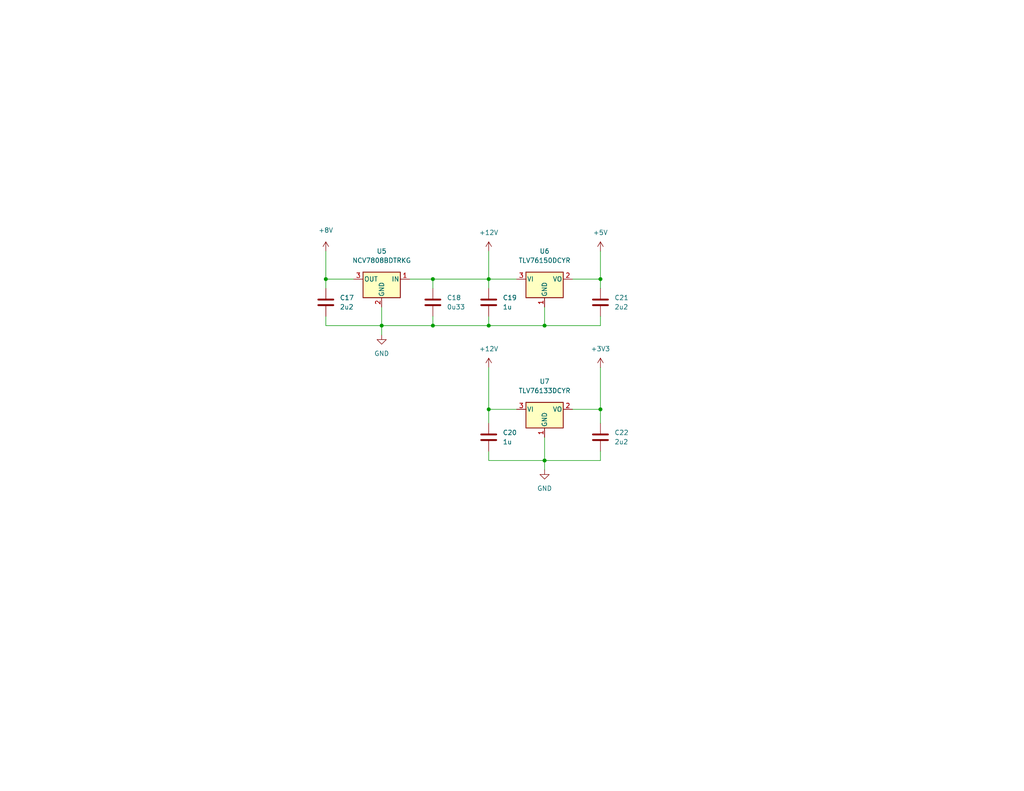
<source format=kicad_sch>
(kicad_sch (version 20211123) (generator eeschema)

  (uuid ee61c289-eeec-469b-8b26-68bd2980a7d9)

  (paper "USLetter")

  (title_block
    (title "TJ Diag")
    (date "2023-09-12")
    (rev "V1.00")
    (company "andy@britishideas.com")
    (comment 1 "V210/ChryslerScanner_V210/schematic/ChryslerScanner_V210_schematic.pdf")
    (comment 2 "Based on: https://github.com/laszlodaniel/ChryslerScanner/blob/master/PCB/")
    (comment 3 "GPL V3 LICENSE")
  )

  (lib_symbols
    (symbol "ChryslerScanner:NCV7808BDTRKG" (pin_names (offset 0.254)) (in_bom yes) (on_board yes)
      (property "Reference" "U" (id 0) (at -3.81 3.175 0)
        (effects (font (size 1.27 1.27)))
      )
      (property "Value" "NCV7808BDTRKG" (id 1) (at -0.635 3.175 0)
        (effects (font (size 1.27 1.27)) (justify left))
      )
      (property "Footprint" "Package_TO_SOT_SMD:TO-252-2" (id 2) (at 0 5.08 0)
        (effects (font (size 1.27 1.27) italic) hide)
      )
      (property "Datasheet" "" (id 3) (at 0 -1.27 0)
        (effects (font (size 1.27 1.27)) hide)
      )
      (property "manf#" "NCV7808BDTRKG" (id 4) (at 0 0 0)
        (effects (font (size 1.27 1.27)) hide)
      )
      (property "ki_fp_filters" "SOT?89*" (id 5) (at 0 0 0)
        (effects (font (size 1.27 1.27)) hide)
      )
      (symbol "NCV7808BDTRKG_0_1"
        (rectangle (start -5.08 1.905) (end 5.08 -5.08)
          (stroke (width 0.254) (type default) (color 0 0 0 0))
          (fill (type background))
        )
      )
      (symbol "NCV7808BDTRKG_1_1"
        (pin power_in line (at -7.62 0 0) (length 2.54)
          (name "IN" (effects (font (size 1.27 1.27))))
          (number "1" (effects (font (size 1.27 1.27))))
        )
        (pin power_in line (at 0 -7.62 90) (length 2.54)
          (name "GND" (effects (font (size 1.27 1.27))))
          (number "2" (effects (font (size 1.27 1.27))))
        )
        (pin power_out line (at 7.62 0 180) (length 2.54)
          (name "OUT" (effects (font (size 1.27 1.27))))
          (number "3" (effects (font (size 1.27 1.27))))
        )
      )
    )
    (symbol "Device:C" (pin_numbers hide) (pin_names (offset 0.254)) (in_bom yes) (on_board yes)
      (property "Reference" "C" (id 0) (at 0.635 2.54 0)
        (effects (font (size 1.27 1.27)) (justify left))
      )
      (property "Value" "C" (id 1) (at 0.635 -2.54 0)
        (effects (font (size 1.27 1.27)) (justify left))
      )
      (property "Footprint" "" (id 2) (at 0.9652 -3.81 0)
        (effects (font (size 1.27 1.27)) hide)
      )
      (property "Datasheet" "~" (id 3) (at 0 0 0)
        (effects (font (size 1.27 1.27)) hide)
      )
      (property "ki_keywords" "cap capacitor" (id 4) (at 0 0 0)
        (effects (font (size 1.27 1.27)) hide)
      )
      (property "ki_description" "Unpolarized capacitor" (id 5) (at 0 0 0)
        (effects (font (size 1.27 1.27)) hide)
      )
      (property "ki_fp_filters" "C_*" (id 6) (at 0 0 0)
        (effects (font (size 1.27 1.27)) hide)
      )
      (symbol "C_0_1"
        (polyline
          (pts
            (xy -2.032 -0.762)
            (xy 2.032 -0.762)
          )
          (stroke (width 0.508) (type default) (color 0 0 0 0))
          (fill (type none))
        )
        (polyline
          (pts
            (xy -2.032 0.762)
            (xy 2.032 0.762)
          )
          (stroke (width 0.508) (type default) (color 0 0 0 0))
          (fill (type none))
        )
      )
      (symbol "C_1_1"
        (pin passive line (at 0 3.81 270) (length 2.794)
          (name "~" (effects (font (size 1.27 1.27))))
          (number "1" (effects (font (size 1.27 1.27))))
        )
        (pin passive line (at 0 -3.81 90) (length 2.794)
          (name "~" (effects (font (size 1.27 1.27))))
          (number "2" (effects (font (size 1.27 1.27))))
        )
      )
    )
    (symbol "Regulator_Linear:LM1117-3.3" (pin_names (offset 0.254)) (in_bom yes) (on_board yes)
      (property "Reference" "U" (id 0) (at -3.81 3.175 0)
        (effects (font (size 1.27 1.27)))
      )
      (property "Value" "LM1117-3.3" (id 1) (at 0 3.175 0)
        (effects (font (size 1.27 1.27)) (justify left))
      )
      (property "Footprint" "" (id 2) (at 0 0 0)
        (effects (font (size 1.27 1.27)) hide)
      )
      (property "Datasheet" "http://www.ti.com/lit/ds/symlink/lm1117.pdf" (id 3) (at 0 0 0)
        (effects (font (size 1.27 1.27)) hide)
      )
      (property "ki_keywords" "linear regulator ldo fixed positive" (id 4) (at 0 0 0)
        (effects (font (size 1.27 1.27)) hide)
      )
      (property "ki_description" "800mA Low-Dropout Linear Regulator, 3.3V fixed output, TO-220/TO-252/TO-263/SOT-223" (id 5) (at 0 0 0)
        (effects (font (size 1.27 1.27)) hide)
      )
      (property "ki_fp_filters" "SOT?223* TO?263* TO?252* TO?220*" (id 6) (at 0 0 0)
        (effects (font (size 1.27 1.27)) hide)
      )
      (symbol "LM1117-3.3_0_1"
        (rectangle (start -5.08 -5.08) (end 5.08 1.905)
          (stroke (width 0.254) (type default) (color 0 0 0 0))
          (fill (type background))
        )
      )
      (symbol "LM1117-3.3_1_1"
        (pin power_in line (at 0 -7.62 90) (length 2.54)
          (name "GND" (effects (font (size 1.27 1.27))))
          (number "1" (effects (font (size 1.27 1.27))))
        )
        (pin power_out line (at 7.62 0 180) (length 2.54)
          (name "VO" (effects (font (size 1.27 1.27))))
          (number "2" (effects (font (size 1.27 1.27))))
        )
        (pin power_in line (at -7.62 0 0) (length 2.54)
          (name "VI" (effects (font (size 1.27 1.27))))
          (number "3" (effects (font (size 1.27 1.27))))
        )
      )
    )
    (symbol "Regulator_Linear:LM1117-5.0" (pin_names (offset 0.254)) (in_bom yes) (on_board yes)
      (property "Reference" "U" (id 0) (at -3.81 3.175 0)
        (effects (font (size 1.27 1.27)))
      )
      (property "Value" "LM1117-5.0" (id 1) (at 0 3.175 0)
        (effects (font (size 1.27 1.27)) (justify left))
      )
      (property "Footprint" "" (id 2) (at 0 0 0)
        (effects (font (size 1.27 1.27)) hide)
      )
      (property "Datasheet" "http://www.ti.com/lit/ds/symlink/lm1117.pdf" (id 3) (at 0 0 0)
        (effects (font (size 1.27 1.27)) hide)
      )
      (property "ki_keywords" "linear regulator ldo fixed positive" (id 4) (at 0 0 0)
        (effects (font (size 1.27 1.27)) hide)
      )
      (property "ki_description" "800mA Low-Dropout Linear Regulator, 5.0V fixed output, TO-220/TO-252/TO-263/SOT-223" (id 5) (at 0 0 0)
        (effects (font (size 1.27 1.27)) hide)
      )
      (property "ki_fp_filters" "SOT?223* TO?263* TO?252* TO?220*" (id 6) (at 0 0 0)
        (effects (font (size 1.27 1.27)) hide)
      )
      (symbol "LM1117-5.0_0_1"
        (rectangle (start -5.08 -5.08) (end 5.08 1.905)
          (stroke (width 0.254) (type default) (color 0 0 0 0))
          (fill (type background))
        )
      )
      (symbol "LM1117-5.0_1_1"
        (pin power_in line (at 0 -7.62 90) (length 2.54)
          (name "GND" (effects (font (size 1.27 1.27))))
          (number "1" (effects (font (size 1.27 1.27))))
        )
        (pin power_out line (at 7.62 0 180) (length 2.54)
          (name "VO" (effects (font (size 1.27 1.27))))
          (number "2" (effects (font (size 1.27 1.27))))
        )
        (pin power_in line (at -7.62 0 0) (length 2.54)
          (name "VI" (effects (font (size 1.27 1.27))))
          (number "3" (effects (font (size 1.27 1.27))))
        )
      )
    )
    (symbol "power:+12V" (power) (pin_names (offset 0)) (in_bom yes) (on_board yes)
      (property "Reference" "#PWR" (id 0) (at 0 -3.81 0)
        (effects (font (size 1.27 1.27)) hide)
      )
      (property "Value" "+12V" (id 1) (at 0 3.556 0)
        (effects (font (size 1.27 1.27)))
      )
      (property "Footprint" "" (id 2) (at 0 0 0)
        (effects (font (size 1.27 1.27)) hide)
      )
      (property "Datasheet" "" (id 3) (at 0 0 0)
        (effects (font (size 1.27 1.27)) hide)
      )
      (property "ki_keywords" "power-flag" (id 4) (at 0 0 0)
        (effects (font (size 1.27 1.27)) hide)
      )
      (property "ki_description" "Power symbol creates a global label with name \"+12V\"" (id 5) (at 0 0 0)
        (effects (font (size 1.27 1.27)) hide)
      )
      (symbol "+12V_0_1"
        (polyline
          (pts
            (xy -0.762 1.27)
            (xy 0 2.54)
          )
          (stroke (width 0) (type default) (color 0 0 0 0))
          (fill (type none))
        )
        (polyline
          (pts
            (xy 0 0)
            (xy 0 2.54)
          )
          (stroke (width 0) (type default) (color 0 0 0 0))
          (fill (type none))
        )
        (polyline
          (pts
            (xy 0 2.54)
            (xy 0.762 1.27)
          )
          (stroke (width 0) (type default) (color 0 0 0 0))
          (fill (type none))
        )
      )
      (symbol "+12V_1_1"
        (pin power_in line (at 0 0 90) (length 0) hide
          (name "+12V" (effects (font (size 1.27 1.27))))
          (number "1" (effects (font (size 1.27 1.27))))
        )
      )
    )
    (symbol "power:+3V3" (power) (pin_names (offset 0)) (in_bom yes) (on_board yes)
      (property "Reference" "#PWR" (id 0) (at 0 -3.81 0)
        (effects (font (size 1.27 1.27)) hide)
      )
      (property "Value" "+3V3" (id 1) (at 0 3.556 0)
        (effects (font (size 1.27 1.27)))
      )
      (property "Footprint" "" (id 2) (at 0 0 0)
        (effects (font (size 1.27 1.27)) hide)
      )
      (property "Datasheet" "" (id 3) (at 0 0 0)
        (effects (font (size 1.27 1.27)) hide)
      )
      (property "ki_keywords" "power-flag" (id 4) (at 0 0 0)
        (effects (font (size 1.27 1.27)) hide)
      )
      (property "ki_description" "Power symbol creates a global label with name \"+3V3\"" (id 5) (at 0 0 0)
        (effects (font (size 1.27 1.27)) hide)
      )
      (symbol "+3V3_0_1"
        (polyline
          (pts
            (xy -0.762 1.27)
            (xy 0 2.54)
          )
          (stroke (width 0) (type default) (color 0 0 0 0))
          (fill (type none))
        )
        (polyline
          (pts
            (xy 0 0)
            (xy 0 2.54)
          )
          (stroke (width 0) (type default) (color 0 0 0 0))
          (fill (type none))
        )
        (polyline
          (pts
            (xy 0 2.54)
            (xy 0.762 1.27)
          )
          (stroke (width 0) (type default) (color 0 0 0 0))
          (fill (type none))
        )
      )
      (symbol "+3V3_1_1"
        (pin power_in line (at 0 0 90) (length 0) hide
          (name "+3V3" (effects (font (size 1.27 1.27))))
          (number "1" (effects (font (size 1.27 1.27))))
        )
      )
    )
    (symbol "power:+5V" (power) (pin_names (offset 0)) (in_bom yes) (on_board yes)
      (property "Reference" "#PWR" (id 0) (at 0 -3.81 0)
        (effects (font (size 1.27 1.27)) hide)
      )
      (property "Value" "+5V" (id 1) (at 0 3.556 0)
        (effects (font (size 1.27 1.27)))
      )
      (property "Footprint" "" (id 2) (at 0 0 0)
        (effects (font (size 1.27 1.27)) hide)
      )
      (property "Datasheet" "" (id 3) (at 0 0 0)
        (effects (font (size 1.27 1.27)) hide)
      )
      (property "ki_keywords" "power-flag" (id 4) (at 0 0 0)
        (effects (font (size 1.27 1.27)) hide)
      )
      (property "ki_description" "Power symbol creates a global label with name \"+5V\"" (id 5) (at 0 0 0)
        (effects (font (size 1.27 1.27)) hide)
      )
      (symbol "+5V_0_1"
        (polyline
          (pts
            (xy -0.762 1.27)
            (xy 0 2.54)
          )
          (stroke (width 0) (type default) (color 0 0 0 0))
          (fill (type none))
        )
        (polyline
          (pts
            (xy 0 0)
            (xy 0 2.54)
          )
          (stroke (width 0) (type default) (color 0 0 0 0))
          (fill (type none))
        )
        (polyline
          (pts
            (xy 0 2.54)
            (xy 0.762 1.27)
          )
          (stroke (width 0) (type default) (color 0 0 0 0))
          (fill (type none))
        )
      )
      (symbol "+5V_1_1"
        (pin power_in line (at 0 0 90) (length 0) hide
          (name "+5V" (effects (font (size 1.27 1.27))))
          (number "1" (effects (font (size 1.27 1.27))))
        )
      )
    )
    (symbol "power:+8V" (power) (pin_names (offset 0)) (in_bom yes) (on_board yes)
      (property "Reference" "#PWR" (id 0) (at 0 -3.81 0)
        (effects (font (size 1.27 1.27)) hide)
      )
      (property "Value" "+8V" (id 1) (at 0 3.556 0)
        (effects (font (size 1.27 1.27)))
      )
      (property "Footprint" "" (id 2) (at 0 0 0)
        (effects (font (size 1.27 1.27)) hide)
      )
      (property "Datasheet" "" (id 3) (at 0 0 0)
        (effects (font (size 1.27 1.27)) hide)
      )
      (property "ki_keywords" "power-flag" (id 4) (at 0 0 0)
        (effects (font (size 1.27 1.27)) hide)
      )
      (property "ki_description" "Power symbol creates a global label with name \"+8V\"" (id 5) (at 0 0 0)
        (effects (font (size 1.27 1.27)) hide)
      )
      (symbol "+8V_0_1"
        (polyline
          (pts
            (xy -0.762 1.27)
            (xy 0 2.54)
          )
          (stroke (width 0) (type default) (color 0 0 0 0))
          (fill (type none))
        )
        (polyline
          (pts
            (xy 0 0)
            (xy 0 2.54)
          )
          (stroke (width 0) (type default) (color 0 0 0 0))
          (fill (type none))
        )
        (polyline
          (pts
            (xy 0 2.54)
            (xy 0.762 1.27)
          )
          (stroke (width 0) (type default) (color 0 0 0 0))
          (fill (type none))
        )
      )
      (symbol "+8V_1_1"
        (pin power_in line (at 0 0 90) (length 0) hide
          (name "+8V" (effects (font (size 1.27 1.27))))
          (number "1" (effects (font (size 1.27 1.27))))
        )
      )
    )
    (symbol "power:GND" (power) (pin_names (offset 0)) (in_bom yes) (on_board yes)
      (property "Reference" "#PWR" (id 0) (at 0 -6.35 0)
        (effects (font (size 1.27 1.27)) hide)
      )
      (property "Value" "GND" (id 1) (at 0 -3.81 0)
        (effects (font (size 1.27 1.27)))
      )
      (property "Footprint" "" (id 2) (at 0 0 0)
        (effects (font (size 1.27 1.27)) hide)
      )
      (property "Datasheet" "" (id 3) (at 0 0 0)
        (effects (font (size 1.27 1.27)) hide)
      )
      (property "ki_keywords" "power-flag" (id 4) (at 0 0 0)
        (effects (font (size 1.27 1.27)) hide)
      )
      (property "ki_description" "Power symbol creates a global label with name \"GND\" , ground" (id 5) (at 0 0 0)
        (effects (font (size 1.27 1.27)) hide)
      )
      (symbol "GND_0_1"
        (polyline
          (pts
            (xy 0 0)
            (xy 0 -1.27)
            (xy 1.27 -1.27)
            (xy 0 -2.54)
            (xy -1.27 -1.27)
            (xy 0 -1.27)
          )
          (stroke (width 0) (type default) (color 0 0 0 0))
          (fill (type none))
        )
      )
      (symbol "GND_1_1"
        (pin power_in line (at 0 0 270) (length 0) hide
          (name "GND" (effects (font (size 1.27 1.27))))
          (number "1" (effects (font (size 1.27 1.27))))
        )
      )
    )
  )

  (junction (at 133.35 111.76) (diameter 0) (color 0 0 0 0)
    (uuid 1666a553-2dfc-49ac-a140-8ba08cfb14b4)
  )
  (junction (at 148.59 88.9) (diameter 0) (color 0 0 0 0)
    (uuid 2262bebb-7826-49cf-b022-282410a66901)
  )
  (junction (at 88.9 76.2) (diameter 0) (color 0 0 0 0)
    (uuid 40582b04-edc4-430e-9da9-8e1a6142ad59)
  )
  (junction (at 148.59 125.73) (diameter 0) (color 0 0 0 0)
    (uuid 61f762c1-598a-4aee-9e87-0c48fd82e399)
  )
  (junction (at 118.11 88.9) (diameter 0) (color 0 0 0 0)
    (uuid 6426b66e-1d3a-4421-80be-885748540578)
  )
  (junction (at 118.11 76.2) (diameter 0) (color 0 0 0 0)
    (uuid 6eb64cb9-176e-4797-93fb-a4e84c3cef3e)
  )
  (junction (at 163.83 76.2) (diameter 0) (color 0 0 0 0)
    (uuid 7d0fc373-c442-4fb1-8bab-ca70cc63ee87)
  )
  (junction (at 133.35 76.2) (diameter 0) (color 0 0 0 0)
    (uuid b453f6f7-b387-48ce-ae24-954553eb0627)
  )
  (junction (at 133.35 88.9) (diameter 0) (color 0 0 0 0)
    (uuid bbcaef6f-72ed-4d04-a089-1ede82b5ee92)
  )
  (junction (at 104.14 88.9) (diameter 0) (color 0 0 0 0)
    (uuid bf19dd51-ef6c-4a4b-89c9-ce5ad71ab460)
  )
  (junction (at 163.83 111.76) (diameter 0) (color 0 0 0 0)
    (uuid de26ef84-2af5-4bf9-a613-0dd9d4a5c267)
  )

  (wire (pts (xy 163.83 123.19) (xy 163.83 125.73))
    (stroke (width 0) (type default) (color 0 0 0 0))
    (uuid 01729228-133f-409d-851b-abe610198caa)
  )
  (wire (pts (xy 133.35 100.33) (xy 133.35 111.76))
    (stroke (width 0) (type default) (color 0 0 0 0))
    (uuid 0ad6ee0e-da7e-46ac-8dd6-0dd76a231ff6)
  )
  (wire (pts (xy 163.83 111.76) (xy 163.83 115.57))
    (stroke (width 0) (type default) (color 0 0 0 0))
    (uuid 163ee67d-ebbf-4846-a2a7-33ffbf7795a0)
  )
  (wire (pts (xy 133.35 76.2) (xy 133.35 78.74))
    (stroke (width 0) (type default) (color 0 0 0 0))
    (uuid 1e42e607-4371-48ae-a46b-8640c69990b0)
  )
  (wire (pts (xy 163.83 86.36) (xy 163.83 88.9))
    (stroke (width 0) (type default) (color 0 0 0 0))
    (uuid 255fe4fd-5fff-4230-86ea-9b440790357c)
  )
  (wire (pts (xy 148.59 119.38) (xy 148.59 125.73))
    (stroke (width 0) (type default) (color 0 0 0 0))
    (uuid 27c245b4-7589-42a4-b024-d149b9c11063)
  )
  (wire (pts (xy 118.11 86.36) (xy 118.11 88.9))
    (stroke (width 0) (type default) (color 0 0 0 0))
    (uuid 2c51f38b-8f9e-47ee-8be9-eea3ea9f71b0)
  )
  (wire (pts (xy 156.21 111.76) (xy 163.83 111.76))
    (stroke (width 0) (type default) (color 0 0 0 0))
    (uuid 2d33f3ae-80a9-4d5d-9130-62f9685e1e84)
  )
  (wire (pts (xy 118.11 88.9) (xy 133.35 88.9))
    (stroke (width 0) (type default) (color 0 0 0 0))
    (uuid 3152a273-5217-4906-a329-46ab336a2b6e)
  )
  (wire (pts (xy 118.11 76.2) (xy 133.35 76.2))
    (stroke (width 0) (type default) (color 0 0 0 0))
    (uuid 36846137-cde4-4aa9-971d-9fbd0984d7bd)
  )
  (wire (pts (xy 163.83 125.73) (xy 148.59 125.73))
    (stroke (width 0) (type default) (color 0 0 0 0))
    (uuid 36e2e31c-3d2d-4446-a096-b86484433a71)
  )
  (wire (pts (xy 163.83 76.2) (xy 163.83 78.74))
    (stroke (width 0) (type default) (color 0 0 0 0))
    (uuid 3a18a523-6fb5-43b5-a87f-679552c8c351)
  )
  (wire (pts (xy 148.59 83.82) (xy 148.59 88.9))
    (stroke (width 0) (type default) (color 0 0 0 0))
    (uuid 44b1f9c0-0085-42f8-8317-d159d69af67b)
  )
  (wire (pts (xy 104.14 88.9) (xy 118.11 88.9))
    (stroke (width 0) (type default) (color 0 0 0 0))
    (uuid 491b9286-860f-4616-b8af-8c1aab1b896a)
  )
  (wire (pts (xy 111.76 76.2) (xy 118.11 76.2))
    (stroke (width 0) (type default) (color 0 0 0 0))
    (uuid 4adf4145-6ff9-4242-993a-dd0a236e52fd)
  )
  (wire (pts (xy 156.21 76.2) (xy 163.83 76.2))
    (stroke (width 0) (type default) (color 0 0 0 0))
    (uuid 52d29e10-d545-48d9-a896-63bd6dd91a83)
  )
  (wire (pts (xy 88.9 76.2) (xy 88.9 78.74))
    (stroke (width 0) (type default) (color 0 0 0 0))
    (uuid 542d30a4-14d9-42ff-9004-2893e56d6f13)
  )
  (wire (pts (xy 104.14 83.82) (xy 104.14 88.9))
    (stroke (width 0) (type default) (color 0 0 0 0))
    (uuid 5cb4c207-59e2-473b-b935-24e5a8218a5b)
  )
  (wire (pts (xy 104.14 88.9) (xy 88.9 88.9))
    (stroke (width 0) (type default) (color 0 0 0 0))
    (uuid 63883497-75f2-47b9-a576-e0703e29cc1a)
  )
  (wire (pts (xy 163.83 68.58) (xy 163.83 76.2))
    (stroke (width 0) (type default) (color 0 0 0 0))
    (uuid 74d922d8-460f-4edd-b836-71dccdc352d5)
  )
  (wire (pts (xy 163.83 111.76) (xy 163.83 100.33))
    (stroke (width 0) (type default) (color 0 0 0 0))
    (uuid 8e9634ff-5ea1-4026-b80e-1d7af6cdfc5a)
  )
  (wire (pts (xy 133.35 76.2) (xy 140.97 76.2))
    (stroke (width 0) (type default) (color 0 0 0 0))
    (uuid 94e213a5-9d36-46e0-a258-ae23813d985e)
  )
  (wire (pts (xy 88.9 68.58) (xy 88.9 76.2))
    (stroke (width 0) (type default) (color 0 0 0 0))
    (uuid 9b18fc8b-8b50-4c17-9951-53069f5e66d4)
  )
  (wire (pts (xy 133.35 111.76) (xy 133.35 115.57))
    (stroke (width 0) (type default) (color 0 0 0 0))
    (uuid a136fb26-994e-47fd-978f-5e44fe36d1ca)
  )
  (wire (pts (xy 133.35 68.58) (xy 133.35 76.2))
    (stroke (width 0) (type default) (color 0 0 0 0))
    (uuid a9d9ac8f-c2a2-4514-a112-07e83011d662)
  )
  (wire (pts (xy 148.59 125.73) (xy 148.59 128.27))
    (stroke (width 0) (type default) (color 0 0 0 0))
    (uuid aaa0a52a-758d-4627-8b4d-c27cc50afdcf)
  )
  (wire (pts (xy 133.35 111.76) (xy 140.97 111.76))
    (stroke (width 0) (type default) (color 0 0 0 0))
    (uuid aeba8d90-c1e0-4b46-b06d-0c5e5d620747)
  )
  (wire (pts (xy 133.35 123.19) (xy 133.35 125.73))
    (stroke (width 0) (type default) (color 0 0 0 0))
    (uuid bcec4b52-3c49-43ea-993f-35f5b9d11863)
  )
  (wire (pts (xy 96.52 76.2) (xy 88.9 76.2))
    (stroke (width 0) (type default) (color 0 0 0 0))
    (uuid c6e6773a-6097-402e-bad6-34d213447c81)
  )
  (wire (pts (xy 118.11 76.2) (xy 118.11 78.74))
    (stroke (width 0) (type default) (color 0 0 0 0))
    (uuid cc09f6e1-0958-4727-90d5-16ba99c6e0c0)
  )
  (wire (pts (xy 133.35 88.9) (xy 148.59 88.9))
    (stroke (width 0) (type default) (color 0 0 0 0))
    (uuid cdaffd41-28b3-429d-94f8-aa0741f49569)
  )
  (wire (pts (xy 133.35 125.73) (xy 148.59 125.73))
    (stroke (width 0) (type default) (color 0 0 0 0))
    (uuid dbdeee0c-c608-48f2-8b04-f127dcc931df)
  )
  (wire (pts (xy 88.9 88.9) (xy 88.9 86.36))
    (stroke (width 0) (type default) (color 0 0 0 0))
    (uuid e2618a86-4d62-4407-980e-b00ef138a096)
  )
  (wire (pts (xy 133.35 86.36) (xy 133.35 88.9))
    (stroke (width 0) (type default) (color 0 0 0 0))
    (uuid e48428cf-e934-4ef3-a951-51475f020873)
  )
  (wire (pts (xy 163.83 88.9) (xy 148.59 88.9))
    (stroke (width 0) (type default) (color 0 0 0 0))
    (uuid f8810bf1-09cd-40fa-947d-fe86bb2f5c53)
  )
  (wire (pts (xy 104.14 88.9) (xy 104.14 91.44))
    (stroke (width 0) (type default) (color 0 0 0 0))
    (uuid f923005a-9dac-4bd4-a677-9e2078e6b3d6)
  )

  (symbol (lib_id "Device:C") (at 118.11 82.55 0) (unit 1)
    (in_bom yes) (on_board yes) (fields_autoplaced)
    (uuid 0368f8d1-c3f6-4d33-ae7e-acaaba502b16)
    (property "Reference" "C18" (id 0) (at 121.92 81.2799 0)
      (effects (font (size 1.27 1.27)) (justify left))
    )
    (property "Value" "0u33" (id 1) (at 121.92 83.8199 0)
      (effects (font (size 1.27 1.27)) (justify left))
    )
    (property "Footprint" "Capacitor_SMD:C_0603_1608Metric" (id 2) (at 119.0752 86.36 0)
      (effects (font (size 1.27 1.27)) hide)
    )
    (property "Datasheet" "~" (id 3) (at 118.11 82.55 0)
      (effects (font (size 1.27 1.27)) hide)
    )
    (pin "1" (uuid 1130e080-f1cd-4c2b-b120-0436bca53de2))
    (pin "2" (uuid e083664d-426d-40e7-b296-a19caa3fd9d0))
  )

  (symbol (lib_id "power:+3V3") (at 163.83 100.33 0) (unit 1)
    (in_bom yes) (on_board yes) (fields_autoplaced)
    (uuid 38c774b7-43b3-46f0-97e7-f0a0d641b778)
    (property "Reference" "#PWR042" (id 0) (at 163.83 104.14 0)
      (effects (font (size 1.27 1.27)) hide)
    )
    (property "Value" "+3V3" (id 1) (at 163.83 95.25 0))
    (property "Footprint" "" (id 2) (at 163.83 100.33 0)
      (effects (font (size 1.27 1.27)) hide)
    )
    (property "Datasheet" "" (id 3) (at 163.83 100.33 0)
      (effects (font (size 1.27 1.27)) hide)
    )
    (pin "1" (uuid c007bf84-1040-4bf1-a05e-87e853eae4dd))
  )

  (symbol (lib_id "ChryslerScanner:NCV7808BDTRKG") (at 104.14 76.2 0) (mirror y) (unit 1)
    (in_bom yes) (on_board yes) (fields_autoplaced)
    (uuid 44f747ed-732d-4ea5-9079-ccf54c925ca3)
    (property "Reference" "U5" (id 0) (at 104.14 68.58 0))
    (property "Value" "NCV7808BDTRKG" (id 1) (at 104.14 71.12 0))
    (property "Footprint" "Package_TO_SOT_SMD:TO-252-2" (id 2) (at 104.14 71.12 0)
      (effects (font (size 1.27 1.27) italic) hide)
    )
    (property "Datasheet" "" (id 3) (at 104.14 77.47 0)
      (effects (font (size 1.27 1.27)) hide)
    )
    (property "manf#" "NCV7808BDTRKG" (id 4) (at 104.14 76.2 0)
      (effects (font (size 1.27 1.27)) hide)
    )
    (pin "1" (uuid 5d543e32-0d68-4f40-86d8-5301083f1fc0))
    (pin "2" (uuid 93ce1945-f684-41f3-bff7-e795341ae1e4))
    (pin "3" (uuid 37fa45e2-28ee-4a9d-a2c1-0fb970e2e0a2))
  )

  (symbol (lib_id "Device:C") (at 163.83 119.38 0) (unit 1)
    (in_bom yes) (on_board yes) (fields_autoplaced)
    (uuid 4a50305f-d714-4a7e-8ae6-c389bca6204e)
    (property "Reference" "C22" (id 0) (at 167.64 118.1099 0)
      (effects (font (size 1.27 1.27)) (justify left))
    )
    (property "Value" "2u2" (id 1) (at 167.64 120.6499 0)
      (effects (font (size 1.27 1.27)) (justify left))
    )
    (property "Footprint" "Capacitor_SMD:C_0603_1608Metric" (id 2) (at 164.7952 123.19 0)
      (effects (font (size 1.27 1.27)) hide)
    )
    (property "Datasheet" "~" (id 3) (at 163.83 119.38 0)
      (effects (font (size 1.27 1.27)) hide)
    )
    (pin "1" (uuid 77a2199a-5d9d-4973-9851-1511b2fcec0c))
    (pin "2" (uuid d2c13478-198d-44e5-ab45-ea621175a810))
  )

  (symbol (lib_id "Device:C") (at 88.9 82.55 0) (unit 1)
    (in_bom yes) (on_board yes) (fields_autoplaced)
    (uuid 5be49bdc-a383-4313-9fd0-92838bc295de)
    (property "Reference" "C17" (id 0) (at 92.71 81.2799 0)
      (effects (font (size 1.27 1.27)) (justify left))
    )
    (property "Value" "2u2" (id 1) (at 92.71 83.8199 0)
      (effects (font (size 1.27 1.27)) (justify left))
    )
    (property "Footprint" "Capacitor_SMD:C_0603_1608Metric" (id 2) (at 89.8652 86.36 0)
      (effects (font (size 1.27 1.27)) hide)
    )
    (property "Datasheet" "~" (id 3) (at 88.9 82.55 0)
      (effects (font (size 1.27 1.27)) hide)
    )
    (pin "1" (uuid f1ce0b71-7814-43e1-ac62-a9c7cc36894f))
    (pin "2" (uuid 2e74f283-f090-4d08-a122-7fbe23b71014))
  )

  (symbol (lib_id "power:+12V") (at 133.35 100.33 0) (unit 1)
    (in_bom yes) (on_board yes) (fields_autoplaced)
    (uuid 6184567f-ffd0-472f-90a1-25621d886fbe)
    (property "Reference" "#PWR?" (id 0) (at 133.35 104.14 0)
      (effects (font (size 1.27 1.27)) hide)
    )
    (property "Value" "+12V" (id 1) (at 133.35 95.25 0))
    (property "Footprint" "" (id 2) (at 133.35 100.33 0)
      (effects (font (size 1.27 1.27)) hide)
    )
    (property "Datasheet" "" (id 3) (at 133.35 100.33 0)
      (effects (font (size 1.27 1.27)) hide)
    )
    (pin "1" (uuid 0204b22f-2cac-47a1-9ec5-e407bd9bdb12))
  )

  (symbol (lib_id "power:GND") (at 104.14 91.44 0) (unit 1)
    (in_bom yes) (on_board yes) (fields_autoplaced)
    (uuid 681e6e38-f56b-4499-9f0e-177309497106)
    (property "Reference" "#PWR038" (id 0) (at 104.14 97.79 0)
      (effects (font (size 1.27 1.27)) hide)
    )
    (property "Value" "GND" (id 1) (at 104.14 96.52 0))
    (property "Footprint" "" (id 2) (at 104.14 91.44 0)
      (effects (font (size 1.27 1.27)) hide)
    )
    (property "Datasheet" "" (id 3) (at 104.14 91.44 0)
      (effects (font (size 1.27 1.27)) hide)
    )
    (pin "1" (uuid e346cafa-4748-48bc-899f-6184e733bdf1))
  )

  (symbol (lib_id "power:+5V") (at 163.83 68.58 0) (unit 1)
    (in_bom yes) (on_board yes) (fields_autoplaced)
    (uuid 7b74c741-13bd-4365-bb39-6bbe41c6ef9b)
    (property "Reference" "#PWR041" (id 0) (at 163.83 72.39 0)
      (effects (font (size 1.27 1.27)) hide)
    )
    (property "Value" "+5V" (id 1) (at 163.83 63.5 0))
    (property "Footprint" "" (id 2) (at 163.83 68.58 0)
      (effects (font (size 1.27 1.27)) hide)
    )
    (property "Datasheet" "" (id 3) (at 163.83 68.58 0)
      (effects (font (size 1.27 1.27)) hide)
    )
    (pin "1" (uuid ec8dd591-9709-4263-a60c-5364ec656631))
  )

  (symbol (lib_id "Regulator_Linear:LM1117-3.3") (at 148.59 111.76 0) (unit 1)
    (in_bom yes) (on_board yes) (fields_autoplaced)
    (uuid 7c06b550-8d19-46bf-9c17-db8b3fa23a51)
    (property "Reference" "U7" (id 0) (at 148.59 104.14 0))
    (property "Value" "TLV76133DCYR" (id 1) (at 148.59 106.68 0))
    (property "Footprint" "Package_TO_SOT_SMD:SOT-223-3_TabPin2" (id 2) (at 148.59 111.76 0)
      (effects (font (size 1.27 1.27)) hide)
    )
    (property "Datasheet" "" (id 3) (at 148.59 111.76 0)
      (effects (font (size 1.27 1.27)) hide)
    )
    (property "manf#" "TLV76133DCYR" (id 4) (at 148.59 111.76 0)
      (effects (font (size 1.27 1.27)) hide)
    )
    (pin "1" (uuid 054f0169-4666-4d9b-ab13-3e5ffffbb55a))
    (pin "2" (uuid c06a2d69-4f5d-47c2-bb9f-a49a8010d862))
    (pin "3" (uuid de222f54-809a-4214-993a-160a7578b5e8))
  )

  (symbol (lib_id "power:GND") (at 148.59 128.27 0) (unit 1)
    (in_bom yes) (on_board yes) (fields_autoplaced)
    (uuid 9b297e41-1e68-48f4-be2b-69dc185ad5ea)
    (property "Reference" "#PWR040" (id 0) (at 148.59 134.62 0)
      (effects (font (size 1.27 1.27)) hide)
    )
    (property "Value" "GND" (id 1) (at 148.59 133.35 0))
    (property "Footprint" "" (id 2) (at 148.59 128.27 0)
      (effects (font (size 1.27 1.27)) hide)
    )
    (property "Datasheet" "" (id 3) (at 148.59 128.27 0)
      (effects (font (size 1.27 1.27)) hide)
    )
    (pin "1" (uuid 97de1341-2468-447e-8acc-9a58bf2a4ae3))
  )

  (symbol (lib_id "Device:C") (at 163.83 82.55 0) (unit 1)
    (in_bom yes) (on_board yes) (fields_autoplaced)
    (uuid b091cd4e-7439-428c-813d-2e1eac9e0a8c)
    (property "Reference" "C21" (id 0) (at 167.64 81.2799 0)
      (effects (font (size 1.27 1.27)) (justify left))
    )
    (property "Value" "2u2" (id 1) (at 167.64 83.8199 0)
      (effects (font (size 1.27 1.27)) (justify left))
    )
    (property "Footprint" "Capacitor_SMD:C_0603_1608Metric" (id 2) (at 164.7952 86.36 0)
      (effects (font (size 1.27 1.27)) hide)
    )
    (property "Datasheet" "~" (id 3) (at 163.83 82.55 0)
      (effects (font (size 1.27 1.27)) hide)
    )
    (pin "1" (uuid d84fff99-bc68-45bf-80c8-6279faf3553b))
    (pin "2" (uuid 68abc65a-6447-4e92-9454-d1594c39d658))
  )

  (symbol (lib_id "power:+8V") (at 88.9 68.58 0) (unit 1)
    (in_bom yes) (on_board yes) (fields_autoplaced)
    (uuid c6ab8f8b-c692-4869-acf2-c8ef4e755b1a)
    (property "Reference" "#PWR037" (id 0) (at 88.9 72.39 0)
      (effects (font (size 1.27 1.27)) hide)
    )
    (property "Value" "+8V" (id 1) (at 88.9 62.865 0))
    (property "Footprint" "" (id 2) (at 88.9 68.58 0)
      (effects (font (size 1.27 1.27)) hide)
    )
    (property "Datasheet" "" (id 3) (at 88.9 68.58 0)
      (effects (font (size 1.27 1.27)) hide)
    )
    (pin "1" (uuid c6ed02cc-1f1e-4d70-9cf8-cf1b50a317a0))
  )

  (symbol (lib_id "Device:C") (at 133.35 119.38 0) (unit 1)
    (in_bom yes) (on_board yes) (fields_autoplaced)
    (uuid cc348372-75ad-49ff-8c10-f9aa731f0a18)
    (property "Reference" "C20" (id 0) (at 137.16 118.1099 0)
      (effects (font (size 1.27 1.27)) (justify left))
    )
    (property "Value" "1u" (id 1) (at 137.16 120.6499 0)
      (effects (font (size 1.27 1.27)) (justify left))
    )
    (property "Footprint" "Capacitor_SMD:C_0603_1608Metric" (id 2) (at 134.3152 123.19 0)
      (effects (font (size 1.27 1.27)) hide)
    )
    (property "Datasheet" "~" (id 3) (at 133.35 119.38 0)
      (effects (font (size 1.27 1.27)) hide)
    )
    (pin "1" (uuid 9c36890b-8a00-4ca1-beb8-4f4d46abb4b5))
    (pin "2" (uuid eca6a3b2-44de-4cb5-89d0-46e45a22bd78))
  )

  (symbol (lib_id "Regulator_Linear:LM1117-5.0") (at 148.59 76.2 0) (unit 1)
    (in_bom yes) (on_board yes) (fields_autoplaced)
    (uuid cd6426e7-3760-4ed5-beda-97b164f52cc2)
    (property "Reference" "U6" (id 0) (at 148.59 68.58 0))
    (property "Value" "TLV76150DCYR" (id 1) (at 148.59 71.12 0))
    (property "Footprint" "Package_TO_SOT_SMD:SOT-223-3_TabPin2" (id 2) (at 148.59 76.2 0)
      (effects (font (size 1.27 1.27)) hide)
    )
    (property "Datasheet" "" (id 3) (at 148.59 76.2 0)
      (effects (font (size 1.27 1.27)) hide)
    )
    (property "manf#" "TLV76150DCYR" (id 4) (at 148.59 76.2 0)
      (effects (font (size 1.27 1.27)) hide)
    )
    (pin "1" (uuid ecfd06f4-6b97-4547-ae0c-a34334fee238))
    (pin "2" (uuid ebd0000a-9389-4cb7-83df-a8102e614c4e))
    (pin "3" (uuid 247ff8cc-9ce7-451d-ab6b-fb3e13cdb89b))
  )

  (symbol (lib_id "Device:C") (at 133.35 82.55 0) (unit 1)
    (in_bom yes) (on_board yes) (fields_autoplaced)
    (uuid d870e1d8-a12c-4ca0-9e49-ff37a46378cf)
    (property "Reference" "C19" (id 0) (at 137.16 81.2799 0)
      (effects (font (size 1.27 1.27)) (justify left))
    )
    (property "Value" "1u" (id 1) (at 137.16 83.8199 0)
      (effects (font (size 1.27 1.27)) (justify left))
    )
    (property "Footprint" "Capacitor_SMD:C_0603_1608Metric" (id 2) (at 134.3152 86.36 0)
      (effects (font (size 1.27 1.27)) hide)
    )
    (property "Datasheet" "~" (id 3) (at 133.35 82.55 0)
      (effects (font (size 1.27 1.27)) hide)
    )
    (pin "1" (uuid c48f3792-599c-4a6e-9175-be7aea9984e0))
    (pin "2" (uuid c20ff411-e0b5-4ea9-b281-5d62175af9d4))
  )

  (symbol (lib_id "power:+12V") (at 133.35 68.58 0) (unit 1)
    (in_bom yes) (on_board yes) (fields_autoplaced)
    (uuid e0aa040d-59fe-4a8e-a45b-70ed133434aa)
    (property "Reference" "#PWR039" (id 0) (at 133.35 72.39 0)
      (effects (font (size 1.27 1.27)) hide)
    )
    (property "Value" "+12V" (id 1) (at 133.35 63.5 0))
    (property "Footprint" "" (id 2) (at 133.35 68.58 0)
      (effects (font (size 1.27 1.27)) hide)
    )
    (property "Datasheet" "" (id 3) (at 133.35 68.58 0)
      (effects (font (size 1.27 1.27)) hide)
    )
    (pin "1" (uuid a9105b86-08f6-44c0-9620-d61a0ae833b9))
  )
)

</source>
